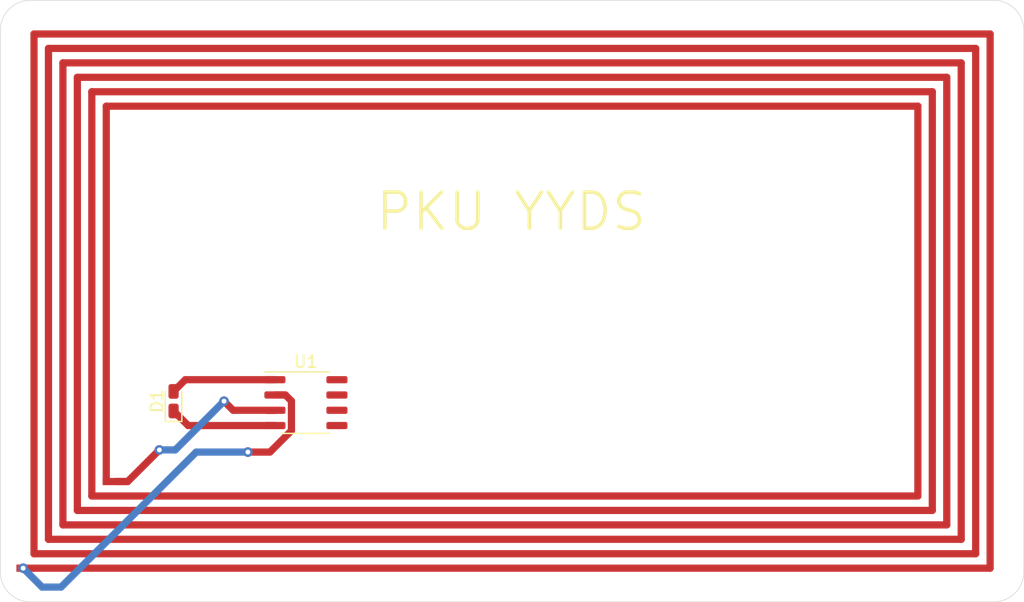
<source format=kicad_pcb>
(kicad_pcb (version 20171130) (host pcbnew "(5.1.9)-1")

  (general
    (thickness 1.6)
    (drawings 9)
    (tracks 23)
    (zones 0)
    (modules 3)
    (nets 9)
  )

  (page A4)
  (layers
    (0 F.Cu signal)
    (31 B.Cu signal)
    (32 B.Adhes user)
    (33 F.Adhes user)
    (34 B.Paste user)
    (35 F.Paste user)
    (36 B.SilkS user)
    (37 F.SilkS user)
    (38 B.Mask user)
    (39 F.Mask user)
    (40 Dwgs.User user)
    (41 Cmts.User user)
    (42 Eco1.User user)
    (43 Eco2.User user)
    (44 Edge.Cuts user)
    (45 Margin user)
    (46 B.CrtYd user)
    (47 F.CrtYd user)
    (48 B.Fab user)
    (49 F.Fab user)
  )

  (setup
    (last_trace_width 0.6)
    (user_trace_width 0.6)
    (trace_clearance 0.2)
    (zone_clearance 0.508)
    (zone_45_only no)
    (trace_min 0.2)
    (via_size 0.8)
    (via_drill 0.4)
    (via_min_size 0.4)
    (via_min_drill 0.3)
    (uvia_size 0.3)
    (uvia_drill 0.1)
    (uvias_allowed no)
    (uvia_min_size 0.2)
    (uvia_min_drill 0.1)
    (edge_width 0.05)
    (segment_width 0.2)
    (pcb_text_width 0.3)
    (pcb_text_size 1.5 1.5)
    (mod_edge_width 0.12)
    (mod_text_size 1 1)
    (mod_text_width 0.15)
    (pad_size 1.524 1.524)
    (pad_drill 0.762)
    (pad_to_mask_clearance 0)
    (aux_axis_origin 0 0)
    (visible_elements 7FFFFFFF)
    (pcbplotparams
      (layerselection 0x010fc_ffffffff)
      (usegerberextensions false)
      (usegerberattributes true)
      (usegerberadvancedattributes true)
      (creategerberjobfile true)
      (excludeedgelayer true)
      (linewidth 0.100000)
      (plotframeref false)
      (viasonmask false)
      (mode 1)
      (useauxorigin false)
      (hpglpennumber 1)
      (hpglpenspeed 20)
      (hpglpendiameter 15.000000)
      (psnegative false)
      (psa4output false)
      (plotreference true)
      (plotvalue true)
      (plotinvisibletext false)
      (padsonsilk false)
      (subtractmaskfromsilk false)
      (outputformat 1)
      (mirror false)
      (drillshape 0)
      (scaleselection 1)
      (outputdirectory ""))
  )

  (net 0 "")
  (net 1 "Net-(U1-Pad8)")
  (net 2 "Net-(U1-Pad7)")
  (net 3 "Net-(U1-Pad6)")
  (net 4 "Net-(U1-Pad5)")
  (net 5 "Net-(AE1-Pad2)")
  (net 6 "Net-(AE1-Pad1)")
  (net 7 "Net-(D1-Pad2)")
  (net 8 "Net-(D1-Pad1)")

  (net_class Default "This is the default net class."
    (clearance 0.2)
    (trace_width 0.25)
    (via_dia 0.8)
    (via_drill 0.4)
    (uvia_dia 0.3)
    (uvia_drill 0.1)
    (add_net "Net-(AE1-Pad1)")
    (add_net "Net-(AE1-Pad2)")
    (add_net "Net-(D1-Pad1)")
    (add_net "Net-(D1-Pad2)")
    (add_net "Net-(U1-Pad5)")
    (add_net "Net-(U1-Pad6)")
    (add_net "Net-(U1-Pad7)")
    (add_net "Net-(U1-Pad8)")
  )

  (module PKU:NFC-Antenna_6_80.0x45.0_0.6x0.6mm (layer F.Cu) (tedit 60A8BE69) (tstamp 60A9222E)
    (at 227.5 45)
    (path /60A95851)
    (fp_text reference AE1 (at 0 -2.54) (layer Dwgs.User)
      (effects (font (size 1.27 1.27) (thickness 0.15)))
    )
    (fp_text value Antenna_Loop (at 0 0) (layer Dwgs.User)
      (effects (font (size 1.27 1.27) (thickness 0.15)))
    )
    (fp_line (start -39.7 22.2) (end 39.7 22.2) (layer F.Cu) (width 0.6))
    (fp_line (start 39.7 22.2) (end 39.7 -22.2) (layer F.Cu) (width 0.6))
    (fp_line (start 39.7 -22.2) (end -39.7 -22.2) (layer F.Cu) (width 0.6))
    (fp_line (start -39.7 -22.2) (end -39.7 21) (layer F.Cu) (width 0.6))
    (fp_line (start -39.7 21) (end 38.5 21) (layer F.Cu) (width 0.6))
    (fp_line (start 38.5 21) (end 38.5 -21) (layer F.Cu) (width 0.6))
    (fp_line (start 38.5 -21) (end -38.5 -21) (layer F.Cu) (width 0.6))
    (fp_line (start -38.5 -21) (end -38.5 19.8) (layer F.Cu) (width 0.6))
    (fp_line (start -38.5 19.8) (end 37.3 19.8) (layer F.Cu) (width 0.6))
    (fp_line (start 37.3 19.8) (end 37.3 -19.8) (layer F.Cu) (width 0.6))
    (fp_line (start 37.3 -19.8) (end -37.3 -19.8) (layer F.Cu) (width 0.6))
    (fp_line (start -37.3 -19.8) (end -37.3 18.6) (layer F.Cu) (width 0.6))
    (fp_line (start -37.3 18.6) (end 36.1 18.6) (layer F.Cu) (width 0.6))
    (fp_line (start 36.1 18.6) (end 36.1 -18.6) (layer F.Cu) (width 0.6))
    (fp_line (start 36.1 -18.6) (end -36.1 -18.6) (layer F.Cu) (width 0.6))
    (fp_line (start -36.1 -18.6) (end -36.1 17.4) (layer F.Cu) (width 0.6))
    (fp_line (start -36.1 17.4) (end 34.9 17.4) (layer F.Cu) (width 0.6))
    (fp_line (start 34.9 17.4) (end 34.9 -17.4) (layer F.Cu) (width 0.6))
    (fp_line (start 34.9 -17.4) (end -34.9 -17.4) (layer F.Cu) (width 0.6))
    (fp_line (start -34.9 -17.4) (end -34.9 16.2) (layer F.Cu) (width 0.6))
    (fp_line (start -34.9 16.2) (end 33.7 16.2) (layer F.Cu) (width 0.6))
    (fp_line (start 33.7 16.2) (end 33.7 -16.2) (layer F.Cu) (width 0.6))
    (fp_line (start 33.7 -16.2) (end -33.7 -16.2) (layer F.Cu) (width 0.6))
    (fp_line (start -33.7 -16.2) (end -33.7 15) (layer F.Cu) (width 0.6))
    (pad 2 smd rect (at -40.4 22.2 90) (size 0.6 1.524) (layers F.Cu)
      (net 5 "Net-(AE1-Pad2)"))
    (pad 1 smd rect (at -33 15 90) (size 0.6 2) (layers F.Cu)
      (net 6 "Net-(AE1-Pad1)"))
  )

  (module LED_SMD:LED_0603_1608Metric_Castellated (layer F.Cu) (tedit 5F68FEF1) (tstamp 60A920DD)
    (at 199.39 53.32 90)
    (descr "LED SMD 0603 (1608 Metric), castellated end terminal, IPC_7351 nominal, (Body size source: http://www.tortai-tech.com/upload/download/2011102023233369053.pdf), generated with kicad-footprint-generator")
    (tags "LED castellated")
    (path /60A92DDA)
    (attr smd)
    (fp_text reference D1 (at 0 -1.38 90) (layer F.SilkS)
      (effects (font (size 1 1) (thickness 0.15)))
    )
    (fp_text value LED (at 0 1.38 90) (layer F.Fab)
      (effects (font (size 1 1) (thickness 0.15)))
    )
    (fp_text user %R (at 0 0 90) (layer F.Fab)
      (effects (font (size 0.4 0.4) (thickness 0.06)))
    )
    (fp_line (start 0.8 -0.4) (end -0.5 -0.4) (layer F.Fab) (width 0.1))
    (fp_line (start -0.5 -0.4) (end -0.8 -0.1) (layer F.Fab) (width 0.1))
    (fp_line (start -0.8 -0.1) (end -0.8 0.4) (layer F.Fab) (width 0.1))
    (fp_line (start -0.8 0.4) (end 0.8 0.4) (layer F.Fab) (width 0.1))
    (fp_line (start 0.8 0.4) (end 0.8 -0.4) (layer F.Fab) (width 0.1))
    (fp_line (start 0.8 -0.685) (end -1.685 -0.685) (layer F.SilkS) (width 0.12))
    (fp_line (start -1.685 -0.685) (end -1.685 0.685) (layer F.SilkS) (width 0.12))
    (fp_line (start -1.685 0.685) (end 0.8 0.685) (layer F.SilkS) (width 0.12))
    (fp_line (start -1.68 0.68) (end -1.68 -0.68) (layer F.CrtYd) (width 0.05))
    (fp_line (start -1.68 -0.68) (end 1.68 -0.68) (layer F.CrtYd) (width 0.05))
    (fp_line (start 1.68 -0.68) (end 1.68 0.68) (layer F.CrtYd) (width 0.05))
    (fp_line (start 1.68 0.68) (end -1.68 0.68) (layer F.CrtYd) (width 0.05))
    (pad 2 smd roundrect (at 0.8125 0 90) (size 1.225 0.85) (layers F.Cu F.Paste F.Mask) (roundrect_rratio 0.25)
      (net 7 "Net-(D1-Pad2)"))
    (pad 1 smd roundrect (at -0.8125 0 90) (size 1.225 0.85) (layers F.Cu F.Paste F.Mask) (roundrect_rratio 0.25)
      (net 8 "Net-(D1-Pad1)"))
    (model ${KISYS3DMOD}/LED_SMD.3dshapes/LED_0603_1608Metric_Castellated.wrl
      (at (xyz 0 0 0))
      (scale (xyz 1 1 1))
      (rotate (xyz 0 0 0))
    )
  )

  (module Package_SO:SO-8_3.9x4.9mm_P1.27mm (layer F.Cu) (tedit 5D9F72B1) (tstamp 60A8C4EA)
    (at 210.38 53.44)
    (descr "SO, 8 Pin (https://www.nxp.com/docs/en/data-sheet/PCF8523.pdf), generated with kicad-footprint-generator ipc_gullwing_generator.py")
    (tags "SO SO")
    (path /60A9245E)
    (attr smd)
    (fp_text reference U1 (at 0 -3.4) (layer F.SilkS)
      (effects (font (size 1 1) (thickness 0.15)))
    )
    (fp_text value M24LR04E (at 0 3.4) (layer F.Fab)
      (effects (font (size 1 1) (thickness 0.15)))
    )
    (fp_line (start 3.7 -2.7) (end -3.7 -2.7) (layer F.CrtYd) (width 0.05))
    (fp_line (start 3.7 2.7) (end 3.7 -2.7) (layer F.CrtYd) (width 0.05))
    (fp_line (start -3.7 2.7) (end 3.7 2.7) (layer F.CrtYd) (width 0.05))
    (fp_line (start -3.7 -2.7) (end -3.7 2.7) (layer F.CrtYd) (width 0.05))
    (fp_line (start -1.95 -1.475) (end -0.975 -2.45) (layer F.Fab) (width 0.1))
    (fp_line (start -1.95 2.45) (end -1.95 -1.475) (layer F.Fab) (width 0.1))
    (fp_line (start 1.95 2.45) (end -1.95 2.45) (layer F.Fab) (width 0.1))
    (fp_line (start 1.95 -2.45) (end 1.95 2.45) (layer F.Fab) (width 0.1))
    (fp_line (start -0.975 -2.45) (end 1.95 -2.45) (layer F.Fab) (width 0.1))
    (fp_line (start 0 -2.56) (end -3.45 -2.56) (layer F.SilkS) (width 0.12))
    (fp_line (start 0 -2.56) (end 1.95 -2.56) (layer F.SilkS) (width 0.12))
    (fp_line (start 0 2.56) (end -1.95 2.56) (layer F.SilkS) (width 0.12))
    (fp_line (start 0 2.56) (end 1.95 2.56) (layer F.SilkS) (width 0.12))
    (fp_text user %R (at 0 0) (layer F.Fab)
      (effects (font (size 0.98 0.98) (thickness 0.15)))
    )
    (pad 8 smd roundrect (at 2.575 -1.905) (size 1.75 0.6) (layers F.Cu F.Paste F.Mask) (roundrect_rratio 0.25)
      (net 1 "Net-(U1-Pad8)"))
    (pad 7 smd roundrect (at 2.575 -0.635) (size 1.75 0.6) (layers F.Cu F.Paste F.Mask) (roundrect_rratio 0.25)
      (net 2 "Net-(U1-Pad7)"))
    (pad 6 smd roundrect (at 2.575 0.635) (size 1.75 0.6) (layers F.Cu F.Paste F.Mask) (roundrect_rratio 0.25)
      (net 3 "Net-(U1-Pad6)"))
    (pad 5 smd roundrect (at 2.575 1.905) (size 1.75 0.6) (layers F.Cu F.Paste F.Mask) (roundrect_rratio 0.25)
      (net 4 "Net-(U1-Pad5)"))
    (pad 4 smd roundrect (at -2.575 1.905) (size 1.75 0.6) (layers F.Cu F.Paste F.Mask) (roundrect_rratio 0.25)
      (net 8 "Net-(D1-Pad1)"))
    (pad 3 smd roundrect (at -2.575 0.635) (size 1.75 0.6) (layers F.Cu F.Paste F.Mask) (roundrect_rratio 0.25)
      (net 6 "Net-(AE1-Pad1)"))
    (pad 2 smd roundrect (at -2.575 -0.635) (size 1.75 0.6) (layers F.Cu F.Paste F.Mask) (roundrect_rratio 0.25)
      (net 5 "Net-(AE1-Pad2)"))
    (pad 1 smd roundrect (at -2.575 -1.905) (size 1.75 0.6) (layers F.Cu F.Paste F.Mask) (roundrect_rratio 0.25)
      (net 7 "Net-(D1-Pad2)"))
    (model ${KISYS3DMOD}/Package_SO.3dshapes/SO-8_3.9x4.9mm_P1.27mm.wrl
      (at (xyz 0 0 0))
      (scale (xyz 1 1 1))
      (rotate (xyz 0 0 0))
    )
  )

  (gr_line (start 185 67.5) (end 185 22.5) (layer Edge.Cuts) (width 0.05) (tstamp 60A9264D))
  (gr_line (start 267.5 70) (end 187.5 70) (layer Edge.Cuts) (width 0.05) (tstamp 60A9264C))
  (gr_line (start 270 22.5) (end 270 67.5) (layer Edge.Cuts) (width 0.05) (tstamp 60A9264B))
  (gr_line (start 187.5 20) (end 267.5 20) (layer Edge.Cuts) (width 0.05) (tstamp 60A9264A))
  (gr_arc (start 187.5 22.5) (end 187.5 20) (angle -90) (layer Edge.Cuts) (width 0.05))
  (gr_arc (start 187.5 67.5) (end 185 67.5) (angle -90) (layer Edge.Cuts) (width 0.05))
  (gr_arc (start 267.5 67.5) (end 267.5 70) (angle -90) (layer Edge.Cuts) (width 0.05))
  (gr_arc (start 267.5 22.5) (end 270 22.5) (angle -90) (layer Edge.Cuts) (width 0.05))
  (gr_text "PKU YYDS" (at 227.44 37.57) (layer F.SilkS)
    (effects (font (size 3 3) (thickness 0.3)))
  )

  (segment (start 209.18001 55.764246) (end 207.394256 57.55) (width 0.6) (layer F.Cu) (net 5))
  (segment (start 209.18001 53.30501) (end 209.18001 55.764246) (width 0.6) (layer F.Cu) (net 5))
  (segment (start 208.68 52.805) (end 209.18001 53.30501) (width 0.6) (layer F.Cu) (net 5))
  (segment (start 207.805 52.805) (end 208.68 52.805) (width 0.6) (layer F.Cu) (net 5))
  (via (at 205.56 57.55) (size 0.8) (drill 0.4) (layers F.Cu B.Cu) (net 5))
  (segment (start 207.394256 57.55) (end 205.56 57.55) (width 0.6) (layer F.Cu) (net 5))
  (segment (start 205.56 57.55) (end 201.27 57.55) (width 0.6) (layer B.Cu) (net 5))
  (segment (start 201.27 57.55) (end 190.05 68.77) (width 0.6) (layer B.Cu) (net 5))
  (via (at 186.9 67.2) (size 0.8) (drill 0.4) (layers F.Cu B.Cu) (net 5))
  (segment (start 188.47 68.77) (end 186.9 67.2) (width 0.6) (layer B.Cu) (net 5))
  (segment (start 190.05 68.77) (end 188.47 68.77) (width 0.6) (layer B.Cu) (net 5))
  (via (at 203.58 53.32) (size 0.8) (drill 0.4) (layers F.Cu B.Cu) (net 6))
  (segment (start 204.335 54.075) (end 203.58 53.32) (width 0.6) (layer F.Cu) (net 6))
  (segment (start 207.805 54.075) (end 204.335 54.075) (width 0.6) (layer F.Cu) (net 6))
  (via (at 198.21 57.37) (size 0.8) (drill 0.4) (layers F.Cu B.Cu) (net 6))
  (segment (start 199.53 57.37) (end 198.21 57.37) (width 0.6) (layer B.Cu) (net 6))
  (segment (start 203.58 53.32) (end 199.53 57.37) (width 0.6) (layer B.Cu) (net 6))
  (segment (start 195.58 60) (end 194.60001 60) (width 0.6) (layer F.Cu) (net 6))
  (segment (start 198.21 57.37) (end 195.58 60) (width 0.6) (layer F.Cu) (net 6))
  (segment (start 200.3625 51.535) (end 199.39 52.5075) (width 0.6) (layer F.Cu) (net 7))
  (segment (start 207.805 51.535) (end 200.3625 51.535) (width 0.6) (layer F.Cu) (net 7))
  (segment (start 200.6025 55.345) (end 199.39 54.1325) (width 0.6) (layer F.Cu) (net 8))
  (segment (start 207.805 55.345) (end 200.6025 55.345) (width 0.6) (layer F.Cu) (net 8))

)

</source>
